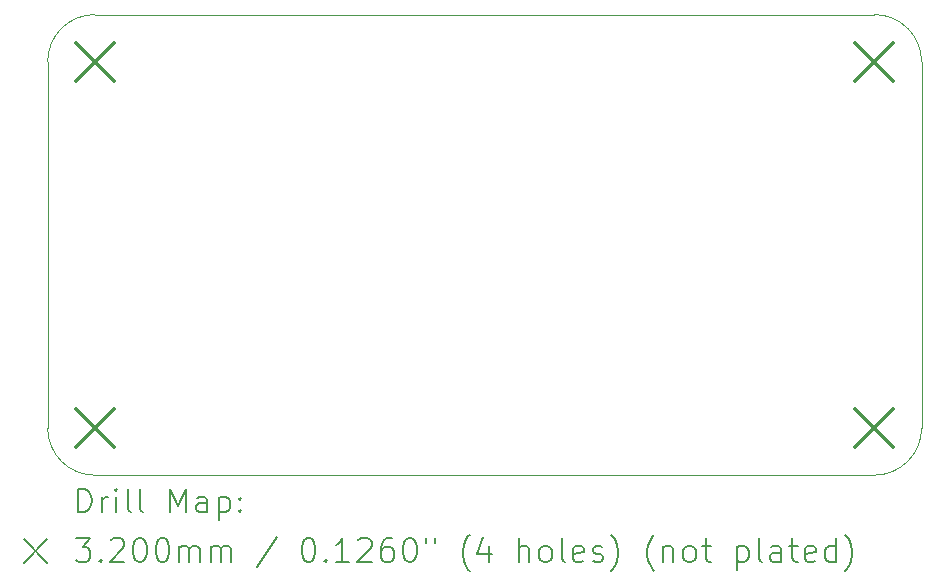
<source format=gbr>
%TF.GenerationSoftware,KiCad,Pcbnew,8.0.3*%
%TF.CreationDate,2024-06-06T01:48:59+12:00*%
%TF.ProjectId,power_supply,706f7765-725f-4737-9570-706c792e6b69,0.1.1*%
%TF.SameCoordinates,Original*%
%TF.FileFunction,Drillmap*%
%TF.FilePolarity,Positive*%
%FSLAX45Y45*%
G04 Gerber Fmt 4.5, Leading zero omitted, Abs format (unit mm)*
G04 Created by KiCad (PCBNEW 8.0.3) date 2024-06-06 01:48:59*
%MOMM*%
%LPD*%
G01*
G04 APERTURE LIST*
%ADD10C,0.050000*%
%ADD11C,0.200000*%
%ADD12C,0.320000*%
G04 APERTURE END LIST*
D10*
X18600000Y-6600000D02*
G75*
G02*
X19000000Y-7000000I0J-400000D01*
G01*
X19000000Y-10100000D02*
X19000000Y-7000000D01*
X12000000Y-10500000D02*
G75*
G02*
X11600000Y-10100000I0J400000D01*
G01*
X12000000Y-6600000D02*
X18600000Y-6600000D01*
X11600000Y-10100000D02*
X11600000Y-7000000D01*
X19000000Y-10100000D02*
G75*
G02*
X18600000Y-10500000I-400000J0D01*
G01*
X12000000Y-10500000D02*
X18600000Y-10500000D01*
X11600000Y-7000000D02*
G75*
G02*
X12000000Y-6600000I400000J0D01*
G01*
D11*
D12*
X11840000Y-6840000D02*
X12160000Y-7160000D01*
X12160000Y-6840000D02*
X11840000Y-7160000D01*
X11840000Y-9940000D02*
X12160000Y-10260000D01*
X12160000Y-9940000D02*
X11840000Y-10260000D01*
X18440000Y-6840000D02*
X18760000Y-7160000D01*
X18760000Y-6840000D02*
X18440000Y-7160000D01*
X18440000Y-9940000D02*
X18760000Y-10260000D01*
X18760000Y-9940000D02*
X18440000Y-10260000D01*
D11*
X11858277Y-10813984D02*
X11858277Y-10613984D01*
X11858277Y-10613984D02*
X11905896Y-10613984D01*
X11905896Y-10613984D02*
X11934467Y-10623508D01*
X11934467Y-10623508D02*
X11953515Y-10642555D01*
X11953515Y-10642555D02*
X11963039Y-10661603D01*
X11963039Y-10661603D02*
X11972562Y-10699698D01*
X11972562Y-10699698D02*
X11972562Y-10728270D01*
X11972562Y-10728270D02*
X11963039Y-10766365D01*
X11963039Y-10766365D02*
X11953515Y-10785412D01*
X11953515Y-10785412D02*
X11934467Y-10804460D01*
X11934467Y-10804460D02*
X11905896Y-10813984D01*
X11905896Y-10813984D02*
X11858277Y-10813984D01*
X12058277Y-10813984D02*
X12058277Y-10680650D01*
X12058277Y-10718746D02*
X12067801Y-10699698D01*
X12067801Y-10699698D02*
X12077324Y-10690174D01*
X12077324Y-10690174D02*
X12096372Y-10680650D01*
X12096372Y-10680650D02*
X12115420Y-10680650D01*
X12182086Y-10813984D02*
X12182086Y-10680650D01*
X12182086Y-10613984D02*
X12172562Y-10623508D01*
X12172562Y-10623508D02*
X12182086Y-10633031D01*
X12182086Y-10633031D02*
X12191610Y-10623508D01*
X12191610Y-10623508D02*
X12182086Y-10613984D01*
X12182086Y-10613984D02*
X12182086Y-10633031D01*
X12305896Y-10813984D02*
X12286848Y-10804460D01*
X12286848Y-10804460D02*
X12277324Y-10785412D01*
X12277324Y-10785412D02*
X12277324Y-10613984D01*
X12410658Y-10813984D02*
X12391610Y-10804460D01*
X12391610Y-10804460D02*
X12382086Y-10785412D01*
X12382086Y-10785412D02*
X12382086Y-10613984D01*
X12639229Y-10813984D02*
X12639229Y-10613984D01*
X12639229Y-10613984D02*
X12705896Y-10756841D01*
X12705896Y-10756841D02*
X12772562Y-10613984D01*
X12772562Y-10613984D02*
X12772562Y-10813984D01*
X12953515Y-10813984D02*
X12953515Y-10709222D01*
X12953515Y-10709222D02*
X12943991Y-10690174D01*
X12943991Y-10690174D02*
X12924943Y-10680650D01*
X12924943Y-10680650D02*
X12886848Y-10680650D01*
X12886848Y-10680650D02*
X12867801Y-10690174D01*
X12953515Y-10804460D02*
X12934467Y-10813984D01*
X12934467Y-10813984D02*
X12886848Y-10813984D01*
X12886848Y-10813984D02*
X12867801Y-10804460D01*
X12867801Y-10804460D02*
X12858277Y-10785412D01*
X12858277Y-10785412D02*
X12858277Y-10766365D01*
X12858277Y-10766365D02*
X12867801Y-10747317D01*
X12867801Y-10747317D02*
X12886848Y-10737793D01*
X12886848Y-10737793D02*
X12934467Y-10737793D01*
X12934467Y-10737793D02*
X12953515Y-10728270D01*
X13048753Y-10680650D02*
X13048753Y-10880650D01*
X13048753Y-10690174D02*
X13067801Y-10680650D01*
X13067801Y-10680650D02*
X13105896Y-10680650D01*
X13105896Y-10680650D02*
X13124943Y-10690174D01*
X13124943Y-10690174D02*
X13134467Y-10699698D01*
X13134467Y-10699698D02*
X13143991Y-10718746D01*
X13143991Y-10718746D02*
X13143991Y-10775889D01*
X13143991Y-10775889D02*
X13134467Y-10794936D01*
X13134467Y-10794936D02*
X13124943Y-10804460D01*
X13124943Y-10804460D02*
X13105896Y-10813984D01*
X13105896Y-10813984D02*
X13067801Y-10813984D01*
X13067801Y-10813984D02*
X13048753Y-10804460D01*
X13229705Y-10794936D02*
X13239229Y-10804460D01*
X13239229Y-10804460D02*
X13229705Y-10813984D01*
X13229705Y-10813984D02*
X13220182Y-10804460D01*
X13220182Y-10804460D02*
X13229705Y-10794936D01*
X13229705Y-10794936D02*
X13229705Y-10813984D01*
X13229705Y-10690174D02*
X13239229Y-10699698D01*
X13239229Y-10699698D02*
X13229705Y-10709222D01*
X13229705Y-10709222D02*
X13220182Y-10699698D01*
X13220182Y-10699698D02*
X13229705Y-10690174D01*
X13229705Y-10690174D02*
X13229705Y-10709222D01*
X11397500Y-11042500D02*
X11597500Y-11242500D01*
X11597500Y-11042500D02*
X11397500Y-11242500D01*
X11839229Y-11033984D02*
X11963039Y-11033984D01*
X11963039Y-11033984D02*
X11896372Y-11110174D01*
X11896372Y-11110174D02*
X11924943Y-11110174D01*
X11924943Y-11110174D02*
X11943991Y-11119698D01*
X11943991Y-11119698D02*
X11953515Y-11129222D01*
X11953515Y-11129222D02*
X11963039Y-11148270D01*
X11963039Y-11148270D02*
X11963039Y-11195888D01*
X11963039Y-11195888D02*
X11953515Y-11214936D01*
X11953515Y-11214936D02*
X11943991Y-11224460D01*
X11943991Y-11224460D02*
X11924943Y-11233984D01*
X11924943Y-11233984D02*
X11867801Y-11233984D01*
X11867801Y-11233984D02*
X11848753Y-11224460D01*
X11848753Y-11224460D02*
X11839229Y-11214936D01*
X12048753Y-11214936D02*
X12058277Y-11224460D01*
X12058277Y-11224460D02*
X12048753Y-11233984D01*
X12048753Y-11233984D02*
X12039229Y-11224460D01*
X12039229Y-11224460D02*
X12048753Y-11214936D01*
X12048753Y-11214936D02*
X12048753Y-11233984D01*
X12134467Y-11053031D02*
X12143991Y-11043508D01*
X12143991Y-11043508D02*
X12163039Y-11033984D01*
X12163039Y-11033984D02*
X12210658Y-11033984D01*
X12210658Y-11033984D02*
X12229705Y-11043508D01*
X12229705Y-11043508D02*
X12239229Y-11053031D01*
X12239229Y-11053031D02*
X12248753Y-11072079D01*
X12248753Y-11072079D02*
X12248753Y-11091127D01*
X12248753Y-11091127D02*
X12239229Y-11119698D01*
X12239229Y-11119698D02*
X12124943Y-11233984D01*
X12124943Y-11233984D02*
X12248753Y-11233984D01*
X12372562Y-11033984D02*
X12391610Y-11033984D01*
X12391610Y-11033984D02*
X12410658Y-11043508D01*
X12410658Y-11043508D02*
X12420182Y-11053031D01*
X12420182Y-11053031D02*
X12429705Y-11072079D01*
X12429705Y-11072079D02*
X12439229Y-11110174D01*
X12439229Y-11110174D02*
X12439229Y-11157793D01*
X12439229Y-11157793D02*
X12429705Y-11195888D01*
X12429705Y-11195888D02*
X12420182Y-11214936D01*
X12420182Y-11214936D02*
X12410658Y-11224460D01*
X12410658Y-11224460D02*
X12391610Y-11233984D01*
X12391610Y-11233984D02*
X12372562Y-11233984D01*
X12372562Y-11233984D02*
X12353515Y-11224460D01*
X12353515Y-11224460D02*
X12343991Y-11214936D01*
X12343991Y-11214936D02*
X12334467Y-11195888D01*
X12334467Y-11195888D02*
X12324943Y-11157793D01*
X12324943Y-11157793D02*
X12324943Y-11110174D01*
X12324943Y-11110174D02*
X12334467Y-11072079D01*
X12334467Y-11072079D02*
X12343991Y-11053031D01*
X12343991Y-11053031D02*
X12353515Y-11043508D01*
X12353515Y-11043508D02*
X12372562Y-11033984D01*
X12563039Y-11033984D02*
X12582086Y-11033984D01*
X12582086Y-11033984D02*
X12601134Y-11043508D01*
X12601134Y-11043508D02*
X12610658Y-11053031D01*
X12610658Y-11053031D02*
X12620182Y-11072079D01*
X12620182Y-11072079D02*
X12629705Y-11110174D01*
X12629705Y-11110174D02*
X12629705Y-11157793D01*
X12629705Y-11157793D02*
X12620182Y-11195888D01*
X12620182Y-11195888D02*
X12610658Y-11214936D01*
X12610658Y-11214936D02*
X12601134Y-11224460D01*
X12601134Y-11224460D02*
X12582086Y-11233984D01*
X12582086Y-11233984D02*
X12563039Y-11233984D01*
X12563039Y-11233984D02*
X12543991Y-11224460D01*
X12543991Y-11224460D02*
X12534467Y-11214936D01*
X12534467Y-11214936D02*
X12524943Y-11195888D01*
X12524943Y-11195888D02*
X12515420Y-11157793D01*
X12515420Y-11157793D02*
X12515420Y-11110174D01*
X12515420Y-11110174D02*
X12524943Y-11072079D01*
X12524943Y-11072079D02*
X12534467Y-11053031D01*
X12534467Y-11053031D02*
X12543991Y-11043508D01*
X12543991Y-11043508D02*
X12563039Y-11033984D01*
X12715420Y-11233984D02*
X12715420Y-11100650D01*
X12715420Y-11119698D02*
X12724943Y-11110174D01*
X12724943Y-11110174D02*
X12743991Y-11100650D01*
X12743991Y-11100650D02*
X12772563Y-11100650D01*
X12772563Y-11100650D02*
X12791610Y-11110174D01*
X12791610Y-11110174D02*
X12801134Y-11129222D01*
X12801134Y-11129222D02*
X12801134Y-11233984D01*
X12801134Y-11129222D02*
X12810658Y-11110174D01*
X12810658Y-11110174D02*
X12829705Y-11100650D01*
X12829705Y-11100650D02*
X12858277Y-11100650D01*
X12858277Y-11100650D02*
X12877324Y-11110174D01*
X12877324Y-11110174D02*
X12886848Y-11129222D01*
X12886848Y-11129222D02*
X12886848Y-11233984D01*
X12982086Y-11233984D02*
X12982086Y-11100650D01*
X12982086Y-11119698D02*
X12991610Y-11110174D01*
X12991610Y-11110174D02*
X13010658Y-11100650D01*
X13010658Y-11100650D02*
X13039229Y-11100650D01*
X13039229Y-11100650D02*
X13058277Y-11110174D01*
X13058277Y-11110174D02*
X13067801Y-11129222D01*
X13067801Y-11129222D02*
X13067801Y-11233984D01*
X13067801Y-11129222D02*
X13077324Y-11110174D01*
X13077324Y-11110174D02*
X13096372Y-11100650D01*
X13096372Y-11100650D02*
X13124943Y-11100650D01*
X13124943Y-11100650D02*
X13143991Y-11110174D01*
X13143991Y-11110174D02*
X13153515Y-11129222D01*
X13153515Y-11129222D02*
X13153515Y-11233984D01*
X13543991Y-11024460D02*
X13372563Y-11281603D01*
X13801134Y-11033984D02*
X13820182Y-11033984D01*
X13820182Y-11033984D02*
X13839229Y-11043508D01*
X13839229Y-11043508D02*
X13848753Y-11053031D01*
X13848753Y-11053031D02*
X13858277Y-11072079D01*
X13858277Y-11072079D02*
X13867801Y-11110174D01*
X13867801Y-11110174D02*
X13867801Y-11157793D01*
X13867801Y-11157793D02*
X13858277Y-11195888D01*
X13858277Y-11195888D02*
X13848753Y-11214936D01*
X13848753Y-11214936D02*
X13839229Y-11224460D01*
X13839229Y-11224460D02*
X13820182Y-11233984D01*
X13820182Y-11233984D02*
X13801134Y-11233984D01*
X13801134Y-11233984D02*
X13782086Y-11224460D01*
X13782086Y-11224460D02*
X13772563Y-11214936D01*
X13772563Y-11214936D02*
X13763039Y-11195888D01*
X13763039Y-11195888D02*
X13753515Y-11157793D01*
X13753515Y-11157793D02*
X13753515Y-11110174D01*
X13753515Y-11110174D02*
X13763039Y-11072079D01*
X13763039Y-11072079D02*
X13772563Y-11053031D01*
X13772563Y-11053031D02*
X13782086Y-11043508D01*
X13782086Y-11043508D02*
X13801134Y-11033984D01*
X13953515Y-11214936D02*
X13963039Y-11224460D01*
X13963039Y-11224460D02*
X13953515Y-11233984D01*
X13953515Y-11233984D02*
X13943991Y-11224460D01*
X13943991Y-11224460D02*
X13953515Y-11214936D01*
X13953515Y-11214936D02*
X13953515Y-11233984D01*
X14153515Y-11233984D02*
X14039229Y-11233984D01*
X14096372Y-11233984D02*
X14096372Y-11033984D01*
X14096372Y-11033984D02*
X14077325Y-11062555D01*
X14077325Y-11062555D02*
X14058277Y-11081603D01*
X14058277Y-11081603D02*
X14039229Y-11091127D01*
X14229706Y-11053031D02*
X14239229Y-11043508D01*
X14239229Y-11043508D02*
X14258277Y-11033984D01*
X14258277Y-11033984D02*
X14305896Y-11033984D01*
X14305896Y-11033984D02*
X14324944Y-11043508D01*
X14324944Y-11043508D02*
X14334467Y-11053031D01*
X14334467Y-11053031D02*
X14343991Y-11072079D01*
X14343991Y-11072079D02*
X14343991Y-11091127D01*
X14343991Y-11091127D02*
X14334467Y-11119698D01*
X14334467Y-11119698D02*
X14220182Y-11233984D01*
X14220182Y-11233984D02*
X14343991Y-11233984D01*
X14515420Y-11033984D02*
X14477325Y-11033984D01*
X14477325Y-11033984D02*
X14458277Y-11043508D01*
X14458277Y-11043508D02*
X14448753Y-11053031D01*
X14448753Y-11053031D02*
X14429706Y-11081603D01*
X14429706Y-11081603D02*
X14420182Y-11119698D01*
X14420182Y-11119698D02*
X14420182Y-11195888D01*
X14420182Y-11195888D02*
X14429706Y-11214936D01*
X14429706Y-11214936D02*
X14439229Y-11224460D01*
X14439229Y-11224460D02*
X14458277Y-11233984D01*
X14458277Y-11233984D02*
X14496372Y-11233984D01*
X14496372Y-11233984D02*
X14515420Y-11224460D01*
X14515420Y-11224460D02*
X14524944Y-11214936D01*
X14524944Y-11214936D02*
X14534467Y-11195888D01*
X14534467Y-11195888D02*
X14534467Y-11148270D01*
X14534467Y-11148270D02*
X14524944Y-11129222D01*
X14524944Y-11129222D02*
X14515420Y-11119698D01*
X14515420Y-11119698D02*
X14496372Y-11110174D01*
X14496372Y-11110174D02*
X14458277Y-11110174D01*
X14458277Y-11110174D02*
X14439229Y-11119698D01*
X14439229Y-11119698D02*
X14429706Y-11129222D01*
X14429706Y-11129222D02*
X14420182Y-11148270D01*
X14658277Y-11033984D02*
X14677325Y-11033984D01*
X14677325Y-11033984D02*
X14696372Y-11043508D01*
X14696372Y-11043508D02*
X14705896Y-11053031D01*
X14705896Y-11053031D02*
X14715420Y-11072079D01*
X14715420Y-11072079D02*
X14724944Y-11110174D01*
X14724944Y-11110174D02*
X14724944Y-11157793D01*
X14724944Y-11157793D02*
X14715420Y-11195888D01*
X14715420Y-11195888D02*
X14705896Y-11214936D01*
X14705896Y-11214936D02*
X14696372Y-11224460D01*
X14696372Y-11224460D02*
X14677325Y-11233984D01*
X14677325Y-11233984D02*
X14658277Y-11233984D01*
X14658277Y-11233984D02*
X14639229Y-11224460D01*
X14639229Y-11224460D02*
X14629706Y-11214936D01*
X14629706Y-11214936D02*
X14620182Y-11195888D01*
X14620182Y-11195888D02*
X14610658Y-11157793D01*
X14610658Y-11157793D02*
X14610658Y-11110174D01*
X14610658Y-11110174D02*
X14620182Y-11072079D01*
X14620182Y-11072079D02*
X14629706Y-11053031D01*
X14629706Y-11053031D02*
X14639229Y-11043508D01*
X14639229Y-11043508D02*
X14658277Y-11033984D01*
X14801134Y-11033984D02*
X14801134Y-11072079D01*
X14877325Y-11033984D02*
X14877325Y-11072079D01*
X15172563Y-11310174D02*
X15163039Y-11300650D01*
X15163039Y-11300650D02*
X15143991Y-11272079D01*
X15143991Y-11272079D02*
X15134468Y-11253031D01*
X15134468Y-11253031D02*
X15124944Y-11224460D01*
X15124944Y-11224460D02*
X15115420Y-11176841D01*
X15115420Y-11176841D02*
X15115420Y-11138746D01*
X15115420Y-11138746D02*
X15124944Y-11091127D01*
X15124944Y-11091127D02*
X15134468Y-11062555D01*
X15134468Y-11062555D02*
X15143991Y-11043508D01*
X15143991Y-11043508D02*
X15163039Y-11014936D01*
X15163039Y-11014936D02*
X15172563Y-11005412D01*
X15334468Y-11100650D02*
X15334468Y-11233984D01*
X15286848Y-11024460D02*
X15239229Y-11167317D01*
X15239229Y-11167317D02*
X15363039Y-11167317D01*
X15591610Y-11233984D02*
X15591610Y-11033984D01*
X15677325Y-11233984D02*
X15677325Y-11129222D01*
X15677325Y-11129222D02*
X15667801Y-11110174D01*
X15667801Y-11110174D02*
X15648753Y-11100650D01*
X15648753Y-11100650D02*
X15620182Y-11100650D01*
X15620182Y-11100650D02*
X15601134Y-11110174D01*
X15601134Y-11110174D02*
X15591610Y-11119698D01*
X15801134Y-11233984D02*
X15782087Y-11224460D01*
X15782087Y-11224460D02*
X15772563Y-11214936D01*
X15772563Y-11214936D02*
X15763039Y-11195888D01*
X15763039Y-11195888D02*
X15763039Y-11138746D01*
X15763039Y-11138746D02*
X15772563Y-11119698D01*
X15772563Y-11119698D02*
X15782087Y-11110174D01*
X15782087Y-11110174D02*
X15801134Y-11100650D01*
X15801134Y-11100650D02*
X15829706Y-11100650D01*
X15829706Y-11100650D02*
X15848753Y-11110174D01*
X15848753Y-11110174D02*
X15858277Y-11119698D01*
X15858277Y-11119698D02*
X15867801Y-11138746D01*
X15867801Y-11138746D02*
X15867801Y-11195888D01*
X15867801Y-11195888D02*
X15858277Y-11214936D01*
X15858277Y-11214936D02*
X15848753Y-11224460D01*
X15848753Y-11224460D02*
X15829706Y-11233984D01*
X15829706Y-11233984D02*
X15801134Y-11233984D01*
X15982087Y-11233984D02*
X15963039Y-11224460D01*
X15963039Y-11224460D02*
X15953515Y-11205412D01*
X15953515Y-11205412D02*
X15953515Y-11033984D01*
X16134468Y-11224460D02*
X16115420Y-11233984D01*
X16115420Y-11233984D02*
X16077325Y-11233984D01*
X16077325Y-11233984D02*
X16058277Y-11224460D01*
X16058277Y-11224460D02*
X16048753Y-11205412D01*
X16048753Y-11205412D02*
X16048753Y-11129222D01*
X16048753Y-11129222D02*
X16058277Y-11110174D01*
X16058277Y-11110174D02*
X16077325Y-11100650D01*
X16077325Y-11100650D02*
X16115420Y-11100650D01*
X16115420Y-11100650D02*
X16134468Y-11110174D01*
X16134468Y-11110174D02*
X16143991Y-11129222D01*
X16143991Y-11129222D02*
X16143991Y-11148270D01*
X16143991Y-11148270D02*
X16048753Y-11167317D01*
X16220182Y-11224460D02*
X16239230Y-11233984D01*
X16239230Y-11233984D02*
X16277325Y-11233984D01*
X16277325Y-11233984D02*
X16296372Y-11224460D01*
X16296372Y-11224460D02*
X16305896Y-11205412D01*
X16305896Y-11205412D02*
X16305896Y-11195888D01*
X16305896Y-11195888D02*
X16296372Y-11176841D01*
X16296372Y-11176841D02*
X16277325Y-11167317D01*
X16277325Y-11167317D02*
X16248753Y-11167317D01*
X16248753Y-11167317D02*
X16229706Y-11157793D01*
X16229706Y-11157793D02*
X16220182Y-11138746D01*
X16220182Y-11138746D02*
X16220182Y-11129222D01*
X16220182Y-11129222D02*
X16229706Y-11110174D01*
X16229706Y-11110174D02*
X16248753Y-11100650D01*
X16248753Y-11100650D02*
X16277325Y-11100650D01*
X16277325Y-11100650D02*
X16296372Y-11110174D01*
X16372563Y-11310174D02*
X16382087Y-11300650D01*
X16382087Y-11300650D02*
X16401134Y-11272079D01*
X16401134Y-11272079D02*
X16410658Y-11253031D01*
X16410658Y-11253031D02*
X16420182Y-11224460D01*
X16420182Y-11224460D02*
X16429706Y-11176841D01*
X16429706Y-11176841D02*
X16429706Y-11138746D01*
X16429706Y-11138746D02*
X16420182Y-11091127D01*
X16420182Y-11091127D02*
X16410658Y-11062555D01*
X16410658Y-11062555D02*
X16401134Y-11043508D01*
X16401134Y-11043508D02*
X16382087Y-11014936D01*
X16382087Y-11014936D02*
X16372563Y-11005412D01*
X16734468Y-11310174D02*
X16724944Y-11300650D01*
X16724944Y-11300650D02*
X16705896Y-11272079D01*
X16705896Y-11272079D02*
X16696372Y-11253031D01*
X16696372Y-11253031D02*
X16686849Y-11224460D01*
X16686849Y-11224460D02*
X16677325Y-11176841D01*
X16677325Y-11176841D02*
X16677325Y-11138746D01*
X16677325Y-11138746D02*
X16686849Y-11091127D01*
X16686849Y-11091127D02*
X16696372Y-11062555D01*
X16696372Y-11062555D02*
X16705896Y-11043508D01*
X16705896Y-11043508D02*
X16724944Y-11014936D01*
X16724944Y-11014936D02*
X16734468Y-11005412D01*
X16810658Y-11100650D02*
X16810658Y-11233984D01*
X16810658Y-11119698D02*
X16820182Y-11110174D01*
X16820182Y-11110174D02*
X16839230Y-11100650D01*
X16839230Y-11100650D02*
X16867801Y-11100650D01*
X16867801Y-11100650D02*
X16886849Y-11110174D01*
X16886849Y-11110174D02*
X16896373Y-11129222D01*
X16896373Y-11129222D02*
X16896373Y-11233984D01*
X17020182Y-11233984D02*
X17001134Y-11224460D01*
X17001134Y-11224460D02*
X16991611Y-11214936D01*
X16991611Y-11214936D02*
X16982087Y-11195888D01*
X16982087Y-11195888D02*
X16982087Y-11138746D01*
X16982087Y-11138746D02*
X16991611Y-11119698D01*
X16991611Y-11119698D02*
X17001134Y-11110174D01*
X17001134Y-11110174D02*
X17020182Y-11100650D01*
X17020182Y-11100650D02*
X17048754Y-11100650D01*
X17048754Y-11100650D02*
X17067801Y-11110174D01*
X17067801Y-11110174D02*
X17077325Y-11119698D01*
X17077325Y-11119698D02*
X17086849Y-11138746D01*
X17086849Y-11138746D02*
X17086849Y-11195888D01*
X17086849Y-11195888D02*
X17077325Y-11214936D01*
X17077325Y-11214936D02*
X17067801Y-11224460D01*
X17067801Y-11224460D02*
X17048754Y-11233984D01*
X17048754Y-11233984D02*
X17020182Y-11233984D01*
X17143992Y-11100650D02*
X17220182Y-11100650D01*
X17172563Y-11033984D02*
X17172563Y-11205412D01*
X17172563Y-11205412D02*
X17182087Y-11224460D01*
X17182087Y-11224460D02*
X17201134Y-11233984D01*
X17201134Y-11233984D02*
X17220182Y-11233984D01*
X17439230Y-11100650D02*
X17439230Y-11300650D01*
X17439230Y-11110174D02*
X17458277Y-11100650D01*
X17458277Y-11100650D02*
X17496373Y-11100650D01*
X17496373Y-11100650D02*
X17515420Y-11110174D01*
X17515420Y-11110174D02*
X17524944Y-11119698D01*
X17524944Y-11119698D02*
X17534468Y-11138746D01*
X17534468Y-11138746D02*
X17534468Y-11195888D01*
X17534468Y-11195888D02*
X17524944Y-11214936D01*
X17524944Y-11214936D02*
X17515420Y-11224460D01*
X17515420Y-11224460D02*
X17496373Y-11233984D01*
X17496373Y-11233984D02*
X17458277Y-11233984D01*
X17458277Y-11233984D02*
X17439230Y-11224460D01*
X17648754Y-11233984D02*
X17629706Y-11224460D01*
X17629706Y-11224460D02*
X17620182Y-11205412D01*
X17620182Y-11205412D02*
X17620182Y-11033984D01*
X17810658Y-11233984D02*
X17810658Y-11129222D01*
X17810658Y-11129222D02*
X17801135Y-11110174D01*
X17801135Y-11110174D02*
X17782087Y-11100650D01*
X17782087Y-11100650D02*
X17743992Y-11100650D01*
X17743992Y-11100650D02*
X17724944Y-11110174D01*
X17810658Y-11224460D02*
X17791611Y-11233984D01*
X17791611Y-11233984D02*
X17743992Y-11233984D01*
X17743992Y-11233984D02*
X17724944Y-11224460D01*
X17724944Y-11224460D02*
X17715420Y-11205412D01*
X17715420Y-11205412D02*
X17715420Y-11186365D01*
X17715420Y-11186365D02*
X17724944Y-11167317D01*
X17724944Y-11167317D02*
X17743992Y-11157793D01*
X17743992Y-11157793D02*
X17791611Y-11157793D01*
X17791611Y-11157793D02*
X17810658Y-11148270D01*
X17877325Y-11100650D02*
X17953515Y-11100650D01*
X17905896Y-11033984D02*
X17905896Y-11205412D01*
X17905896Y-11205412D02*
X17915420Y-11224460D01*
X17915420Y-11224460D02*
X17934468Y-11233984D01*
X17934468Y-11233984D02*
X17953515Y-11233984D01*
X18096373Y-11224460D02*
X18077325Y-11233984D01*
X18077325Y-11233984D02*
X18039230Y-11233984D01*
X18039230Y-11233984D02*
X18020182Y-11224460D01*
X18020182Y-11224460D02*
X18010658Y-11205412D01*
X18010658Y-11205412D02*
X18010658Y-11129222D01*
X18010658Y-11129222D02*
X18020182Y-11110174D01*
X18020182Y-11110174D02*
X18039230Y-11100650D01*
X18039230Y-11100650D02*
X18077325Y-11100650D01*
X18077325Y-11100650D02*
X18096373Y-11110174D01*
X18096373Y-11110174D02*
X18105896Y-11129222D01*
X18105896Y-11129222D02*
X18105896Y-11148270D01*
X18105896Y-11148270D02*
X18010658Y-11167317D01*
X18277325Y-11233984D02*
X18277325Y-11033984D01*
X18277325Y-11224460D02*
X18258277Y-11233984D01*
X18258277Y-11233984D02*
X18220182Y-11233984D01*
X18220182Y-11233984D02*
X18201135Y-11224460D01*
X18201135Y-11224460D02*
X18191611Y-11214936D01*
X18191611Y-11214936D02*
X18182087Y-11195888D01*
X18182087Y-11195888D02*
X18182087Y-11138746D01*
X18182087Y-11138746D02*
X18191611Y-11119698D01*
X18191611Y-11119698D02*
X18201135Y-11110174D01*
X18201135Y-11110174D02*
X18220182Y-11100650D01*
X18220182Y-11100650D02*
X18258277Y-11100650D01*
X18258277Y-11100650D02*
X18277325Y-11110174D01*
X18353516Y-11310174D02*
X18363039Y-11300650D01*
X18363039Y-11300650D02*
X18382087Y-11272079D01*
X18382087Y-11272079D02*
X18391611Y-11253031D01*
X18391611Y-11253031D02*
X18401135Y-11224460D01*
X18401135Y-11224460D02*
X18410658Y-11176841D01*
X18410658Y-11176841D02*
X18410658Y-11138746D01*
X18410658Y-11138746D02*
X18401135Y-11091127D01*
X18401135Y-11091127D02*
X18391611Y-11062555D01*
X18391611Y-11062555D02*
X18382087Y-11043508D01*
X18382087Y-11043508D02*
X18363039Y-11014936D01*
X18363039Y-11014936D02*
X18353516Y-11005412D01*
M02*

</source>
